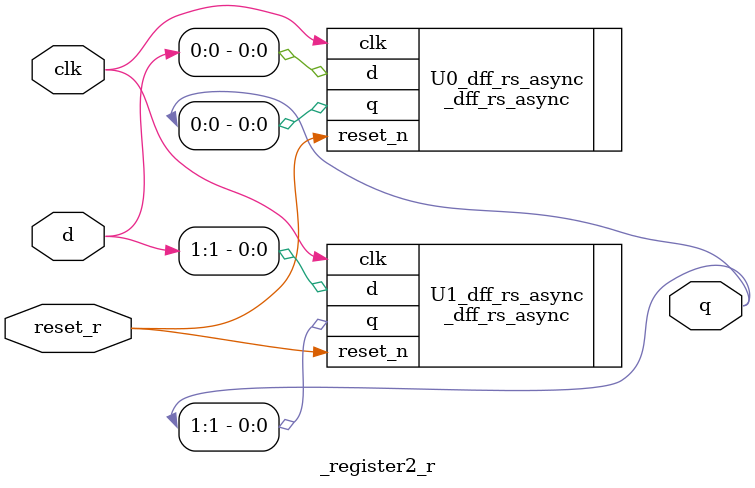
<source format=v>
module _register2_r(clk, reset_r, d, q);

	input 				clk, reset_r;
	input		[1:0]		d;
	output	[1:0]		q;
	
	_dff_rs_async U0_dff_rs_async(.clk(clk), .reset_n(reset_r), .d(d[0]), .q(q[0]));
	_dff_rs_async U1_dff_rs_async(.clk(clk), .reset_n(reset_r), .d(d[1]), .q(q[1]));
	
	endmodule

</source>
